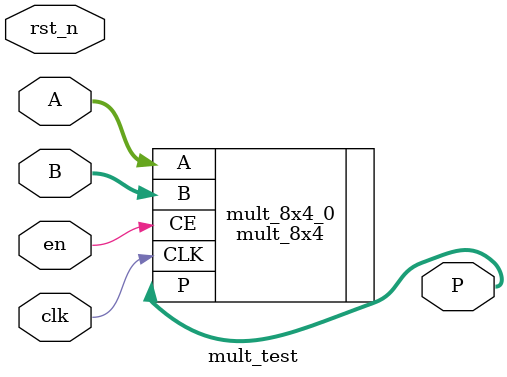
<source format=v>
`timescale 1ns / 1ps
module mult_test(
    input clk,
    input rst_n,
    input en,
    input [7:0] A,
    input [3:0] B,
    output [11:0] P
);
mult_8x4 mult_8x4_0 (
  .CLK(clk),  // input wire CLK
  .A(A),      // input wire [7 : 0] A
  .B(B),      // input wire [3 : 0] B
  .CE(en),    // input wire CE
  .P(P)      // output wire [11 : 0] P
);
endmodule
</source>
